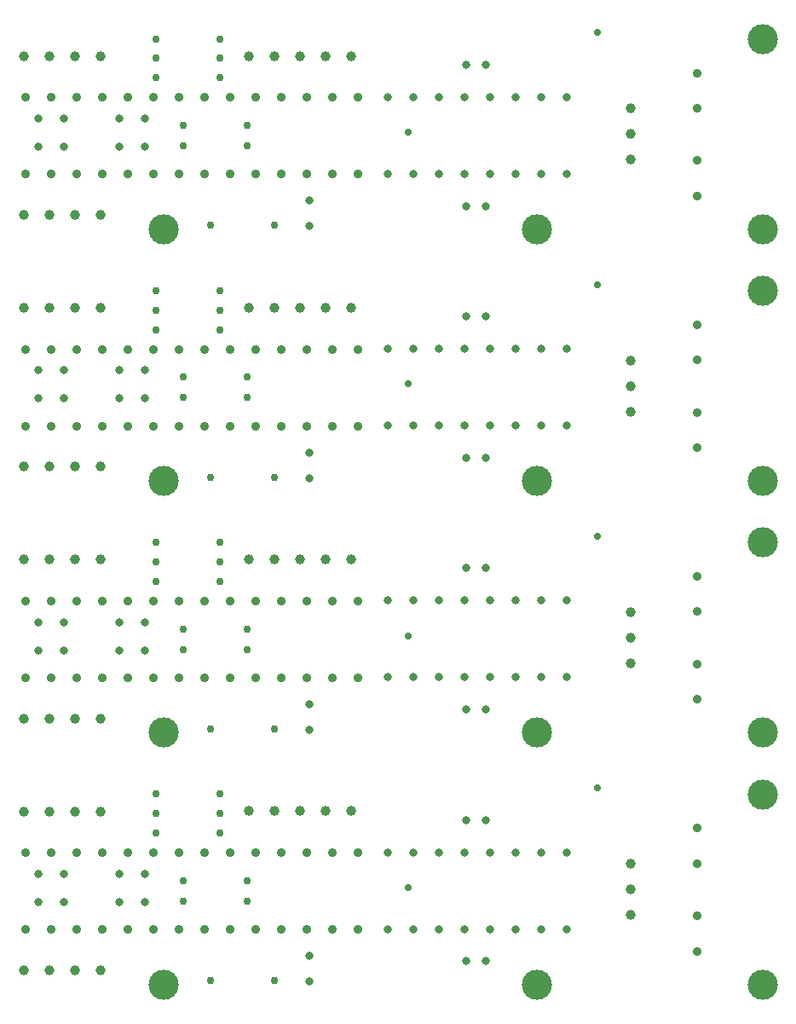
<source format=gbr>
%TF.GenerationSoftware,Altium Limited,Altium Designer,21.4.1 (30)*%
G04 Layer_Color=0*
%FSLAX26Y26*%
%MOIN*%
%TF.SameCoordinates,FA171619-A988-4B02-9C22-6D3C25DF24D0*%
%TF.FilePolarity,Positive*%
%TF.FileFunction,Plated,1,2,PTH,Drill*%
%TF.Part,ProductionPanel*%
G01*
G75*
%TA.AperFunction,ComponentDrill*%
%ADD63C,0.039370*%
%ADD64C,0.031496*%
%ADD65C,0.031496*%
%ADD66C,0.035433*%
%TA.AperFunction,OtherDrill,Pad Free-4 (3770.441mil,864.397mil)*%
%ADD67C,0.118110*%
%TA.AperFunction,ComponentDrill*%
%ADD68C,0.030000*%
%TA.AperFunction,OtherDrill,Pad Free-2 (2888.441mil,121.397mil)*%
%ADD69C,0.118110*%
%TA.AperFunction,OtherDrill,Pad Free-1 (1427.44mil,121.397mil)*%
%ADD70C,0.118110*%
%TA.AperFunction,ComponentDrill*%
%ADD71C,0.039370*%
%TA.AperFunction,OtherDrill,Pad Free-3 (3770.441mil,121.397mil)*%
%ADD72C,0.118110*%
%TA.AperFunction,ViaDrill,NotFilled*%
%ADD73C,0.028000*%
%TA.AperFunction,OtherDrill,Pad Free-4 (3770.441mil,1848.649mil)*%
%ADD74C,0.118110*%
%TA.AperFunction,OtherDrill,Pad Free-2 (2888.441mil,1105.649mil)*%
%ADD75C,0.118110*%
%TA.AperFunction,OtherDrill,Pad Free-1 (1427.44mil,1105.649mil)*%
%ADD76C,0.118110*%
%TA.AperFunction,OtherDrill,Pad Free-3 (3770.441mil,1105.649mil)*%
%ADD77C,0.118110*%
%TA.AperFunction,OtherDrill,Pad Free-4 (3770.441mil,2832.901mil)*%
%ADD78C,0.118110*%
%TA.AperFunction,OtherDrill,Pad Free-2 (2888.441mil,2089.901mil)*%
%ADD79C,0.118110*%
%TA.AperFunction,OtherDrill,Pad Free-1 (1427.44mil,2089.901mil)*%
%ADD80C,0.118110*%
%TA.AperFunction,OtherDrill,Pad Free-3 (3770.441mil,2089.901mil)*%
%ADD81C,0.118110*%
%TA.AperFunction,OtherDrill,Pad Free-4 (3770.441mil,3817.153mil)*%
%ADD82C,0.118110*%
%TA.AperFunction,OtherDrill,Pad Free-2 (2888.441mil,3074.153mil)*%
%ADD83C,0.118110*%
%TA.AperFunction,OtherDrill,Pad Free-1 (1427.44mil,3074.153mil)*%
%ADD84C,0.118110*%
%TA.AperFunction,OtherDrill,Pad Free-3 (3770.441mil,3074.153mil)*%
%ADD85C,0.118110*%
D63*
X2162669Y799153D02*
D03*
X2062669D02*
D03*
X1962669D02*
D03*
X1862669D02*
D03*
X1762669D02*
D03*
X1182417Y797972D02*
D03*
X1082417D02*
D03*
X982417D02*
D03*
X882417D02*
D03*
X882023Y177397D02*
D03*
X982023D02*
D03*
X1082023D02*
D03*
X1182023D02*
D03*
X2162669Y1783405D02*
D03*
X2062669D02*
D03*
X1962669D02*
D03*
X1862669D02*
D03*
X1762669D02*
D03*
X1182417Y1782224D02*
D03*
X1082417D02*
D03*
X982417D02*
D03*
X882417D02*
D03*
X882023Y1161649D02*
D03*
X982023D02*
D03*
X1082023D02*
D03*
X1182023D02*
D03*
X2162669Y2767657D02*
D03*
X2062669D02*
D03*
X1962669D02*
D03*
X1862669D02*
D03*
X1762669D02*
D03*
X1182417Y2766476D02*
D03*
X1082417D02*
D03*
X982417D02*
D03*
X882417D02*
D03*
X882023Y2145901D02*
D03*
X982023D02*
D03*
X1082023D02*
D03*
X1182023D02*
D03*
X2162669Y3751909D02*
D03*
X2062669D02*
D03*
X1962669D02*
D03*
X1862669D02*
D03*
X1762669D02*
D03*
X1182417Y3750728D02*
D03*
X1082417D02*
D03*
X982417D02*
D03*
X882417D02*
D03*
X882023Y3130153D02*
D03*
X982023D02*
D03*
X1082023D02*
D03*
X1182023D02*
D03*
D64*
X2305441Y338366D02*
D03*
X2405441D02*
D03*
X2505441D02*
D03*
X2605441D02*
D03*
X2705441D02*
D03*
X2805441D02*
D03*
X2905441D02*
D03*
X3005441D02*
D03*
X2305441Y638366D02*
D03*
X2405441D02*
D03*
X2505441D02*
D03*
X2605441D02*
D03*
X2705441D02*
D03*
X2805441D02*
D03*
X2905441D02*
D03*
X3005441D02*
D03*
X1037440Y444075D02*
D03*
Y554311D02*
D03*
X937441Y444075D02*
D03*
Y554311D02*
D03*
X1356440Y444075D02*
D03*
Y554311D02*
D03*
X1256440Y444075D02*
D03*
Y554311D02*
D03*
X2305441Y1322618D02*
D03*
X2405441D02*
D03*
X2505441D02*
D03*
X2605441D02*
D03*
X2705441D02*
D03*
X2805441D02*
D03*
X2905441D02*
D03*
X3005441D02*
D03*
X2305441Y1622618D02*
D03*
X2405441D02*
D03*
X2505441D02*
D03*
X2605441D02*
D03*
X2705441D02*
D03*
X2805441D02*
D03*
X2905441D02*
D03*
X3005441D02*
D03*
X1037440Y1428327D02*
D03*
Y1538563D02*
D03*
X937441Y1428327D02*
D03*
Y1538563D02*
D03*
X1356440Y1428327D02*
D03*
Y1538563D02*
D03*
X1256440Y1428327D02*
D03*
Y1538563D02*
D03*
X2305441Y2306870D02*
D03*
X2405441D02*
D03*
X2505441D02*
D03*
X2605441D02*
D03*
X2705441D02*
D03*
X2805441D02*
D03*
X2905441D02*
D03*
X3005441D02*
D03*
X2305441Y2606870D02*
D03*
X2405441D02*
D03*
X2505441D02*
D03*
X2605441D02*
D03*
X2705441D02*
D03*
X2805441D02*
D03*
X2905441D02*
D03*
X3005441D02*
D03*
X1037440Y2412579D02*
D03*
Y2522815D02*
D03*
X937441Y2412579D02*
D03*
Y2522815D02*
D03*
X1356440Y2412579D02*
D03*
Y2522815D02*
D03*
X1256440Y2412579D02*
D03*
Y2522815D02*
D03*
X2305441Y3291122D02*
D03*
X2405441D02*
D03*
X2505441D02*
D03*
X2605441D02*
D03*
X2705441D02*
D03*
X2805441D02*
D03*
X2905441D02*
D03*
X3005441D02*
D03*
X2305441Y3591122D02*
D03*
X2405441D02*
D03*
X2505441D02*
D03*
X2605441D02*
D03*
X2705441D02*
D03*
X2805441D02*
D03*
X2905441D02*
D03*
X3005441D02*
D03*
X1037440Y3396831D02*
D03*
Y3507067D02*
D03*
X937441Y3396831D02*
D03*
Y3507067D02*
D03*
X1356440Y3396831D02*
D03*
Y3507067D02*
D03*
X1256440Y3396831D02*
D03*
Y3507067D02*
D03*
D65*
X2610362Y765103D02*
D03*
X2689102D02*
D03*
X1999440Y133397D02*
D03*
Y233397D02*
D03*
X2689102Y212397D02*
D03*
X2610362D02*
D03*
X2610362Y1749355D02*
D03*
X2689102D02*
D03*
X1999440Y1117649D02*
D03*
Y1217649D02*
D03*
X2689102Y1196649D02*
D03*
X2610362D02*
D03*
X2610362Y2733607D02*
D03*
X2689102D02*
D03*
X1999440Y2101901D02*
D03*
Y2201901D02*
D03*
X2689102Y2180901D02*
D03*
X2610362D02*
D03*
X2610362Y3717859D02*
D03*
X2689102D02*
D03*
X1999440Y3086153D02*
D03*
Y3186153D02*
D03*
X2689102Y3165153D02*
D03*
X2610362D02*
D03*
D66*
X3514441Y594602D02*
D03*
Y732397D02*
D03*
X3516338Y389295D02*
D03*
Y251500D02*
D03*
X889441Y336397D02*
D03*
X989441D02*
D03*
X1089440D02*
D03*
X1189440D02*
D03*
X1289440D02*
D03*
X1389440D02*
D03*
X1489440D02*
D03*
X1589440D02*
D03*
X1689440D02*
D03*
X1789440D02*
D03*
X1889440D02*
D03*
X1989440D02*
D03*
X2089441D02*
D03*
X2189441D02*
D03*
X889441Y636397D02*
D03*
X989441D02*
D03*
X1089440D02*
D03*
X1189440D02*
D03*
X1289440D02*
D03*
X1389440D02*
D03*
X1489440D02*
D03*
X1589440D02*
D03*
X1689440D02*
D03*
X1789440D02*
D03*
X1889440D02*
D03*
X1989440D02*
D03*
X2089441D02*
D03*
X2189441D02*
D03*
X3514441Y1578854D02*
D03*
Y1716649D02*
D03*
X3516338Y1373547D02*
D03*
Y1235752D02*
D03*
X889441Y1320649D02*
D03*
X989441D02*
D03*
X1089440D02*
D03*
X1189440D02*
D03*
X1289440D02*
D03*
X1389440D02*
D03*
X1489440D02*
D03*
X1589440D02*
D03*
X1689440D02*
D03*
X1789440D02*
D03*
X1889440D02*
D03*
X1989440D02*
D03*
X2089441D02*
D03*
X2189441D02*
D03*
X889441Y1620649D02*
D03*
X989441D02*
D03*
X1089440D02*
D03*
X1189440D02*
D03*
X1289440D02*
D03*
X1389440D02*
D03*
X1489440D02*
D03*
X1589440D02*
D03*
X1689440D02*
D03*
X1789440D02*
D03*
X1889440D02*
D03*
X1989440D02*
D03*
X2089441D02*
D03*
X2189441D02*
D03*
X3514441Y2563106D02*
D03*
Y2700901D02*
D03*
X3516338Y2357799D02*
D03*
Y2220004D02*
D03*
X889441Y2304901D02*
D03*
X989441D02*
D03*
X1089440D02*
D03*
X1189440D02*
D03*
X1289440D02*
D03*
X1389440D02*
D03*
X1489440D02*
D03*
X1589440D02*
D03*
X1689440D02*
D03*
X1789440D02*
D03*
X1889440D02*
D03*
X1989440D02*
D03*
X2089441D02*
D03*
X2189441D02*
D03*
X889441Y2604901D02*
D03*
X989441D02*
D03*
X1089440D02*
D03*
X1189440D02*
D03*
X1289440D02*
D03*
X1389440D02*
D03*
X1489440D02*
D03*
X1589440D02*
D03*
X1689440D02*
D03*
X1789440D02*
D03*
X1889440D02*
D03*
X1989440D02*
D03*
X2089441D02*
D03*
X2189441D02*
D03*
X3514441Y3547358D02*
D03*
Y3685153D02*
D03*
X3516338Y3342051D02*
D03*
Y3204256D02*
D03*
X889441Y3289153D02*
D03*
X989441D02*
D03*
X1089440D02*
D03*
X1189440D02*
D03*
X1289440D02*
D03*
X1389440D02*
D03*
X1489440D02*
D03*
X1589440D02*
D03*
X1689440D02*
D03*
X1789440D02*
D03*
X1889440D02*
D03*
X1989440D02*
D03*
X2089441D02*
D03*
X2189441D02*
D03*
X889441Y3589153D02*
D03*
X989441D02*
D03*
X1089440D02*
D03*
X1189440D02*
D03*
X1289440D02*
D03*
X1389440D02*
D03*
X1489440D02*
D03*
X1589440D02*
D03*
X1689440D02*
D03*
X1789440D02*
D03*
X1889440D02*
D03*
X1989440D02*
D03*
X2089441D02*
D03*
X2189441D02*
D03*
D67*
X3770441Y864397D02*
D03*
D68*
X1398440Y789291D02*
D03*
X1648440D02*
D03*
Y713185D02*
D03*
X1398440D02*
D03*
Y865397D02*
D03*
X1648440D02*
D03*
X1860222Y136397D02*
D03*
X1610222D02*
D03*
X1503440Y447397D02*
D03*
X1753440D02*
D03*
X1503440Y527397D02*
D03*
X1753440D02*
D03*
X1398440Y1773543D02*
D03*
X1648440D02*
D03*
Y1697437D02*
D03*
X1398440D02*
D03*
Y1849649D02*
D03*
X1648440D02*
D03*
X1860222Y1120649D02*
D03*
X1610222D02*
D03*
X1503440Y1431649D02*
D03*
X1753440D02*
D03*
X1503440Y1511649D02*
D03*
X1753440D02*
D03*
X1398440Y2757795D02*
D03*
X1648440D02*
D03*
Y2681689D02*
D03*
X1398440D02*
D03*
Y2833901D02*
D03*
X1648440D02*
D03*
X1860222Y2104901D02*
D03*
X1610222D02*
D03*
X1503440Y2415901D02*
D03*
X1753440D02*
D03*
X1503440Y2495901D02*
D03*
X1753440D02*
D03*
X1398440Y3742047D02*
D03*
X1648440D02*
D03*
Y3665941D02*
D03*
X1398440D02*
D03*
Y3818153D02*
D03*
X1648440D02*
D03*
X1860222Y3089153D02*
D03*
X1610222D02*
D03*
X1503440Y3400153D02*
D03*
X1753440D02*
D03*
X1503440Y3480153D02*
D03*
X1753440D02*
D03*
D69*
X2888441Y121397D02*
D03*
D70*
X1427440D02*
D03*
D71*
X3255441Y393397D02*
D03*
Y493397D02*
D03*
Y593397D02*
D03*
Y1377649D02*
D03*
Y1477649D02*
D03*
Y1577649D02*
D03*
Y2361901D02*
D03*
Y2461901D02*
D03*
Y2561901D02*
D03*
Y3346153D02*
D03*
Y3446153D02*
D03*
Y3546153D02*
D03*
D72*
X3770441Y121397D02*
D03*
D73*
X3124160Y889678D02*
D03*
X2383441Y500397D02*
D03*
X3124160Y1873930D02*
D03*
X2383441Y1484649D02*
D03*
X3124160Y2858182D02*
D03*
X2383441Y2468901D02*
D03*
X3124160Y3842434D02*
D03*
X2383441Y3453153D02*
D03*
D74*
X3770441Y1848649D02*
D03*
D75*
X2888441Y1105649D02*
D03*
D76*
X1427440D02*
D03*
D77*
X3770441D02*
D03*
D78*
Y2832901D02*
D03*
D79*
X2888441Y2089901D02*
D03*
D80*
X1427440D02*
D03*
D81*
X3770441D02*
D03*
D82*
Y3817153D02*
D03*
D83*
X2888441Y3074153D02*
D03*
D84*
X1427440D02*
D03*
D85*
X3770441D02*
D03*
%TF.MD5,7cb4ac510bc761699abd95fd03e13f5a*%
M02*

</source>
